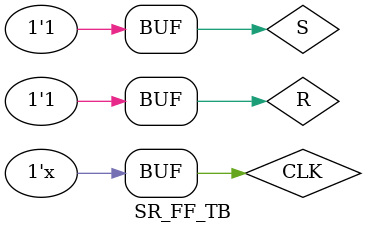
<source format=v>

module SR_FF(Q, QB, S, R, CLK);
input S, R, CLK;
output Q, QB;
reg Q, QB;
always @(posedge CLK)
begin
case ({S, R})2'b00 : Q = Q;
2'b01 : Q = 0;
2'b10 : Q = 1;
2'b11 : Q = 1'bx;
endcase QB = ~Q;
end endmodule

//----Test Bench---

module SR_FF_TB; reg S,R,CLK; wire Q,QB; 
SR_FF uut(.Q(Q),.QB(QB),.S(S), .R(R), .CLK(CLK)); always #100 CLK=~CLK; 
initial 
begin 
CLK=1; 
#200 S=1;R=0; 
#200 S=1;R=0; 
#200 S=1;R=1; #200 S=1;R=1; end 
endmodule

</source>
